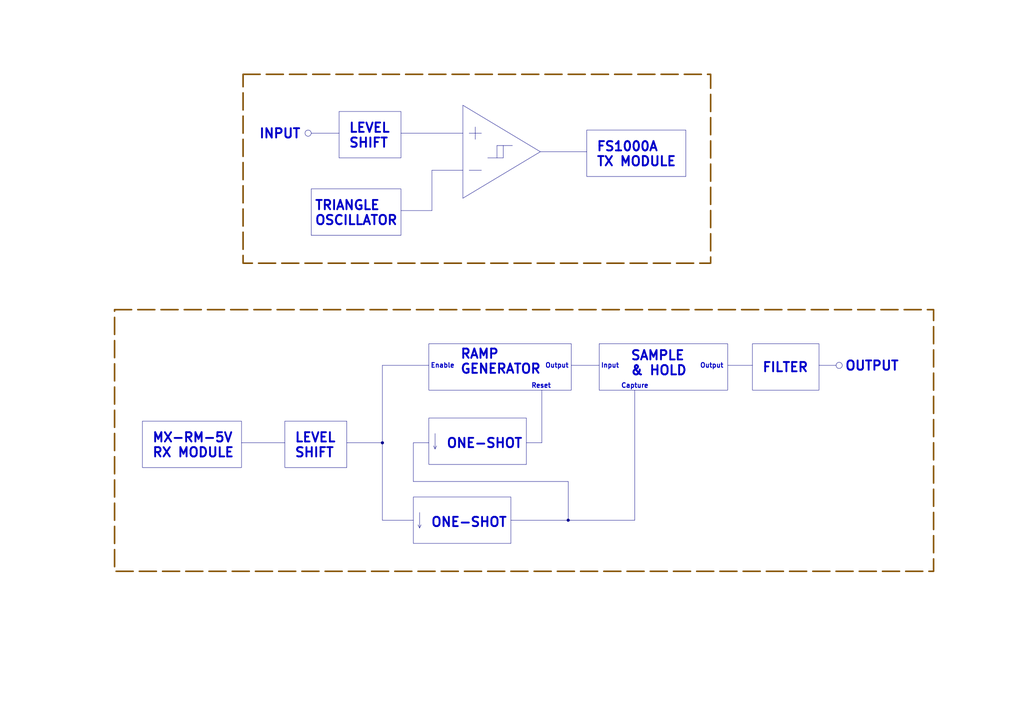
<source format=kicad_sch>
(kicad_sch (version 20230121) (generator eeschema)
  (paper "A3")
  (title_block (title "Full System Block Diagram") (date "2024-03-16") (rev "0") (company "ZAM Industries, LLC") (comment 1 "Drawn By: Mark Vaughn"))
  (lib_symbols)
  (polyline (pts (xy 203.835 59.69) (xy 203.835 64.77)) (stroke (width 0) (color 0 0 132 1)))
  (polyline (pts (xy 233.045 197.485) (xy 169.545 197.485)) (stroke (width 0) (color 0 0 132 1)))
  (polyline (pts (xy 127.635 54.61) (xy 139.065 54.61)) (stroke (width 0) (color 0 0 132 1)))
  (polyline (pts (xy 171.45 215.265) (xy 172.085 216.535)) (stroke (width 0) (color 0 0 132 1)))
  (polyline (pts (xy 156.845 149.86) (xy 175.895 149.86)) (stroke (width 0) (color 0 0 132 1)))
  (polyline (pts (xy 177.8 182.88) (xy 178.435 184.15)) (stroke (width 0) (color 0 0 132 1)))
  (polyline (pts (xy 260.35 160.02) (xy 260.35 213.36)) (stroke (width 0) (color 0 0 132 1)))
  (polyline (pts (xy 189.865 43.18) (xy 189.865 81.28)) (stroke (width 0) (color 0 0 132 1)))
  (polyline (pts (xy 209.55 213.36) (xy 260.35 213.36)) (stroke (width 0) (color 0 0 132 1)))
  (polyline (pts (xy 169.545 197.485) (xy 169.545 181.61)) (stroke (width 0) (color 0 0 132 1)))
  (polyline (pts (xy 215.9 181.61) (xy 222.25 181.61)) (stroke (width 0) (color 0 0 132 1)))
  (polyline (pts (xy 194.945 52.07) (xy 194.945 57.15)) (stroke (width 0) (color 0 0 132 1)))
  (polyline (pts (xy 206.375 64.77) (xy 206.375 59.69)) (stroke (width 0) (color 0 0 132 1)))
  (polyline (pts (xy 192.405 69.85) (xy 197.485 69.85)) (stroke (width 0) (color 0 0 132 1)))
  (polyline (pts (xy 200.025 64.77) (xy 206.375 64.77)) (stroke (width 0) (color 0 0 132 1)))
  (polyline (pts (xy 308.61 149.86) (xy 298.45 149.86)) (stroke (width 0) (color 0 0 132 1)))
  (polyline (pts (xy 164.465 86.36) (xy 177.165 86.36)) (stroke (width 0) (color 0 0 132 1)))
  (polyline (pts (xy 189.865 69.85) (xy 177.165 69.85)) (stroke (width 0) (color 0 0 132 1)))
  (polyline (pts (xy 99.06 181.61) (xy 116.84 181.61)) (stroke (width 0) (color 0 0 132 1)))
  (polyline (pts (xy 142.24 181.61) (xy 156.845 181.61)) (stroke (width 0) (color 0 0 132 1)))
  (polyline (pts (xy 178.435 177.8) (xy 178.435 184.15)) (stroke (width 0) (color 0 0 132 1)))
  (polyline (pts (xy 233.045 213.36) (xy 233.045 197.485)) (stroke (width 0) (color 0 0 132 1)))
  (polyline (pts (xy 156.845 213.36) (xy 169.545 213.36)) (stroke (width 0) (color 0 0 132 1)))
  (polyline (pts (xy 342.9 149.86) (xy 335.915 149.86)) (stroke (width 0) (color 0 0 132 1)))
  (polyline (pts (xy 178.435 184.15) (xy 179.07 182.88)) (stroke (width 0) (color 0 0 132 1)))
  (polyline (pts (xy 172.085 216.535) (xy 172.72 215.265)) (stroke (width 0) (color 0 0 132 1)))
  (polyline (pts (xy 156.845 181.61) (xy 156.845 149.86)) (stroke (width 0) (color 0 0 132 1)))
  (polyline (pts (xy 192.405 54.61) (xy 197.485 54.61)) (stroke (width 0) (color 0 0 132 1)))
  (polyline (pts (xy 156.845 181.61) (xy 156.845 213.36)) (stroke (width 0) (color 0 0 132 1)))
  (polyline (pts (xy 169.545 181.61) (xy 175.895 181.61)) (stroke (width 0) (color 0 0 132 1)))
  (polyline (pts (xy 164.465 54.61) (xy 189.865 54.61)) (stroke (width 0) (color 0 0 132 1)))
  (polyline (pts (xy 240.665 62.23) (xy 221.615 62.23)) (stroke (width 0) (color 0 0 132 1)))
  (polyline (pts (xy 172.085 210.185) (xy 172.085 216.535)) (stroke (width 0) (color 0 0 132 1)))
  (polyline (pts (xy 189.865 81.28) (xy 221.615 62.23)) (stroke (width 0) (color 0 0 132 1)))
  (polyline (pts (xy 203.835 59.69) (xy 210.185 59.69)) (stroke (width 0) (color 0 0 132 1)))
  (polyline (pts (xy 222.25 160.02) (xy 222.25 181.61)) (stroke (width 0) (color 0 0 132 1)))
  (polyline (pts (xy 177.165 69.85) (xy 177.165 86.36)) (stroke (width 0) (color 0 0 132 1)))
  (polyline (pts (xy 234.315 149.86) (xy 245.745 149.86)) (stroke (width 0) (color 0 0 132 1)))
  (polyline (pts (xy 189.865 43.18) (xy 221.615 62.23)) (stroke (width 0) (color 0 0 132 1)))
  (circle (center 344.17 149.86) (radius 1.27) (stroke (width 0) (color 0 0 132 1)))
  (rectangle (start 245.745 140.97) (end 298.45 160.02) (stroke (width 0) (color 0 0 132 1)))
  (rectangle (start 58.42 172.72) (end 99.06 191.77) (stroke (width 0) (color 0 0 132 1)))
  (rectangle (start 127.635 77.47) (end 164.465 96.52) (stroke (width 0) (color 0 0 132 1)))
  (rectangle (start 169.545 203.835) (end 209.55 222.885) (stroke (width 0) (color 0 0 132 1)))
  (circle (center 156.845 181.61) (radius 0.635) (stroke (width -0.0001) (color 0 0 132 1)) (fill (type color) (color 0 0 132 1)))
  (rectangle (start 308.61 140.97) (end 335.915 160.02) (stroke (width 0) (color 0 0 132 1)))
  (rectangle (start 139.065 45.72) (end 164.465 64.77) (stroke (width 0) (color 0 0 132 1)))
  (rectangle (start 240.665 53.34) (end 281.305 72.39) (stroke (width 0) (color 0 0 132 1)))
  (rectangle (start 99.695 30.48) (end 291.465 107.95) (stroke (width 0.635) (type dash) (color 128 77 0 1)))
  (rectangle (start 46.99 127) (end 382.905 234.315) (stroke (width 0.635) (type dash) (color 128 77 0 1)))
  (rectangle (start 175.895 171.45) (end 215.9 190.5) (stroke (width 0) (color 0 0 132 1)))
  (circle (center 233.045 213.36) (radius 0.635) (stroke (width -0.0001) (color 0 0 132 1)) (fill (type color) (color 0 0 132 1)))
  (rectangle (start 175.895 140.97) (end 234.315 160.02) (stroke (width 0) (color 0 0 132 1)))
  (circle (center 126.365 54.61) (radius 1.27) (stroke (width 0) (color 0 0 132 1)))
  (rectangle (start 116.84 172.72) (end 142.24 191.77) (stroke (width 0) (color 0 0 132 1)))
  (text "FILTER" (at 312.42 153.035 0) (effects (font (size 3.81 3.81) bold) (justify left bottom)))
  (text "Output" (at 223.52 151.13 0) (effects (font (size 1.905 1.905) bold) (justify left bottom)))
  (text "Capture" (at 254.635 159.385 0) (effects (font (size 1.905 1.905) bold) (justify left bottom)))
  (text "RAMP\nGENERATOR" (at 188.595 153.67 0) (effects (font (size 3.81 3.81) bold) (justify left bottom)))
  (text "ONE-SHOT" (at 182.88 184.15 0) (effects (font (size 3.81 3.81) bold) (justify left bottom)))
  (text "Output" (at 287.02 151.13 0) (effects (font (size 1.905 1.905) bold) (justify left bottom)))
  (text "LEVEL\nSHIFT" (at 120.65 187.96 0) (effects (font (size 3.81 3.81) bold) (justify left bottom)))
  (text "FS1000A\nTX MODULE" (at 244.475 68.58 0) (effects (font (size 3.81 3.81) bold) (justify left bottom)))
  (text "MX-RM-5V\nRX MODULE" (at 62.23 187.96 0) (effects (font (size 3.81 3.81) bold) (justify left bottom)))
  (text "TRIANGLE\nOSCILLATOR" (at 128.905 92.71 0) (effects (font (size 3.81 3.81) bold) (justify left bottom)))
  (text "ONE-SHOT" (at 176.53 216.535 0) (effects (font (size 3.81 3.81) bold) (justify left bottom)))
  (text "Reset" (at 217.805 159.385 0) (effects (font (size 1.905 1.905) bold) (justify left bottom)))
  (text "LEVEL\nSHIFT" (at 142.875 60.96 0) (effects (font (size 3.81 3.81) bold) (justify left bottom)))
  (text "Enable" (at 176.53 151.13 0) (effects (font (size 1.905 1.905) bold) (justify left bottom)))
  (text "OUTPUT" (at 368.935 152.4 0) (effects (font (size 3.81 3.81) bold) (justify right bottom)))
  (text "INPUT" (at 106.045 57.15 0) (effects (font (size 3.81 3.81) bold) (justify left bottom)))
  (text "SAMPLE\n& HOLD" (at 258.445 154.305 0) (effects (font (size 3.81 3.81) bold) (justify left bottom)))
  (text "Input" (at 246.38 151.13 0) (effects (font (size 1.905 1.905) bold) (justify left bottom)))
)
</source>
